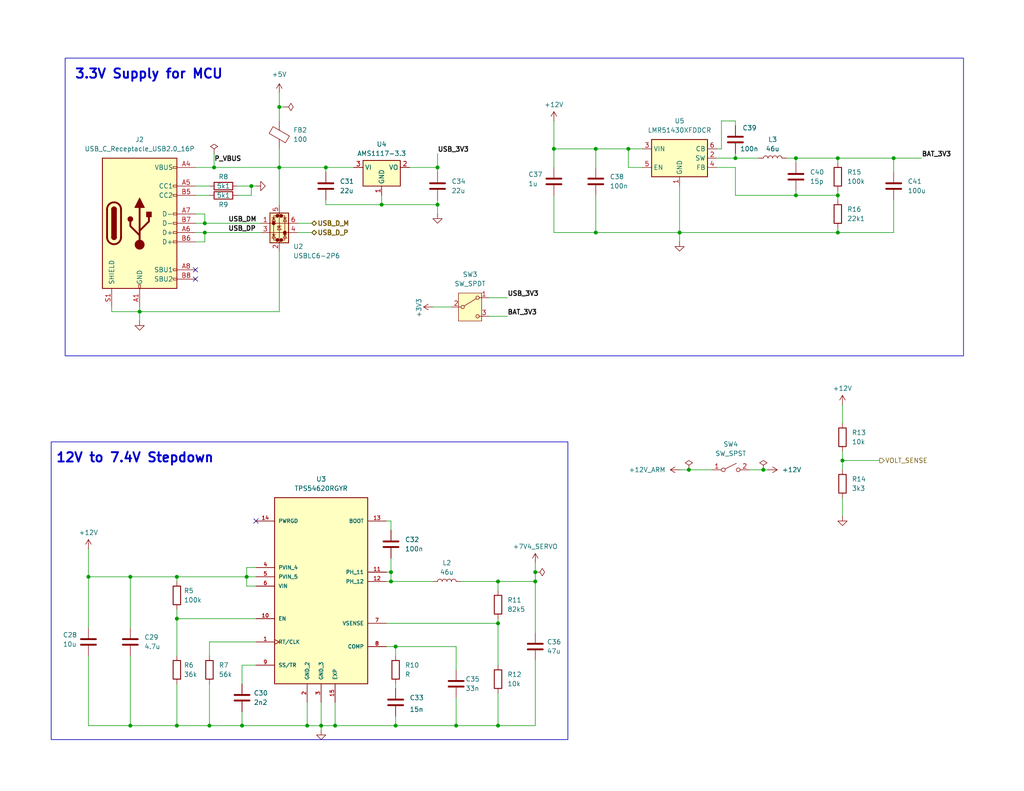
<source format=kicad_sch>
(kicad_sch (version 20250114) (generator "eeschema") (generator_version "9.0")
  (paper "USLetter")
  (title_block (date "2026-02-27") (rev "1"))
  (lib_symbols
    (symbol "Connector:USB_C_Receptacle_USB2.0_16P" (pin_names (offset 1.016))
      (property "Reference" "J" (at 0 22.225 0))
      (property "Value" "USB_C_Receptacle_USB2.0_16P" (at 0 19.685 0))
      (symbol "USB_C_Receptacle_USB2.0_16P_0_0"
        (rectangle (start -0.254 -17.78) (end 0.254 -16.764))
        (rectangle (start 10.16 15.494) (end 9.144 14.986))
        (rectangle (start 10.16 10.414) (end 9.144 9.906))
        (rectangle (start 10.16 7.874) (end 9.144 7.366))
        (rectangle (start 10.16 2.794) (end 9.144 2.286))
        (rectangle (start 10.16 0.254) (end 9.144 -0.254))
        (rectangle (start 10.16 -2.286) (end 9.144 -2.794))
        (rectangle (start 10.16 -4.826) (end 9.144 -5.334))
        (rectangle (start 10.16 -12.446) (end 9.144 -12.954))
        (rectangle (start 10.16 -14.986) (end 9.144 -15.494))
      )
      (symbol "USB_C_Receptacle_USB2.0_16P_0_1"
        (rectangle (start -10.16 17.78) (end 10.16 -17.78) (stroke (width 0.254)) (fill (type background)))
        (polyline (pts (xy -8.89 -3.81) (xy -8.89 3.81)) (stroke (width 0.508)))
        (rectangle (start -7.62 -3.81) (end -6.35 3.81) (stroke (width 0.254)) (fill (type outline)))
        (arc (start -7.62 3.81) (mid -6.985 4.4423) (end -6.35 3.81) (stroke (width 0.254)))
        (arc (start -7.62 3.81) (mid -6.985 4.4423) (end -6.35 3.81) (stroke (width 0.254)) (fill (type outline)))
        (arc (start -8.89 3.81) (mid -6.985 5.7067) (end -5.08 3.81) (stroke (width 0.508)))
        (arc (start -5.08 -3.81) (mid -6.985 -5.7067) (end -8.89 -3.81) (stroke (width 0.508)))
        (arc (start -6.35 -3.81) (mid -6.985 -4.4423) (end -7.62 -3.81) (stroke (width 0.254)))
        (arc (start -6.35 -3.81) (mid -6.985 -4.4423) (end -7.62 -3.81) (stroke (width 0.254)) (fill (type outline)))
        (polyline (pts (xy -5.08 3.81) (xy -5.08 -3.81)) (stroke (width 0.508)))
        (circle (center -2.54 1.143) (radius 0.635) (stroke (width 0.254)) (fill (type outline)))
        (polyline (pts (xy -1.27 4.318) (xy 0 6.858) (xy 1.27 4.318) (xy -1.27 4.318)) (stroke (width 0.254)) (fill (type outline)))
        (polyline (pts (xy 0 -2.032) (xy 2.54 0.508) (xy 2.54 1.778)) (stroke (width 0.508)))
        (polyline (pts (xy 0 -3.302) (xy -2.54 -0.762) (xy -2.54 0.508)) (stroke (width 0.508)))
        (polyline (pts (xy 0 -5.842) (xy 0 4.318)) (stroke (width 0.508)))
        (circle (center 0 -5.842) (radius 1.27) (fill (type outline)))
        (rectangle (start 1.905 1.778) (end 3.175 3.048) (stroke (width 0.254)) (fill (type outline)))
      )
      (symbol "USB_C_Receptacle_USB2.0_16P_1_1"
        (pin passive line (at -7.62 -22.86 90) (length 5.08) (name "SHIELD") (number "S1"))
        (pin passive line (at 0 -22.86 90) (length 5.08) (name "GND") (number "A1"))
        (pin passive line (at 0 -22.86 90) (length 5.08) (hide yes) (name "GND") (number "A12"))
        (pin passive line (at 0 -22.86 90) (length 5.08) (hide yes) (name "GND") (number "B1"))
        (pin passive line (at 0 -22.86 90) (length 5.08) (hide yes) (name "GND") (number "B12"))
        (pin passive line (at 15.24 15.24 180) (length 5.08) (name "VBUS") (number "A4"))
        (pin passive line (at 15.24 15.24 180) (length 5.08) (hide yes) (name "VBUS") (number "A9"))
        (pin passive line (at 15.24 15.24 180) (length 5.08) (hide yes) (name "VBUS") (number "B4"))
        (pin passive line (at 15.24 15.24 180) (length 5.08) (hide yes) (name "VBUS") (number "B9"))
        (pin bidirectional line (at 15.24 10.16 180) (length 5.08) (name "CC1") (number "A5"))
        (pin bidirectional line (at 15.24 7.62 180) (length 5.08) (name "CC2") (number "B5"))
        (pin bidirectional line (at 15.24 2.54 180) (length 5.08) (name "D-") (number "A7"))
        (pin bidirectional line (at 15.24 0 180) (length 5.08) (name "D-") (number "B7"))
        (pin bidirectional line (at 15.24 -2.54 180) (length 5.08) (name "D+") (number "A6"))
        (pin bidirectional line (at 15.24 -5.08 180) (length 5.08) (name "D+") (number "B6"))
        (pin bidirectional line (at 15.24 -12.7 180) (length 5.08) (name "SBU1") (number "A8"))
        (pin bidirectional line (at 15.24 -15.24 180) (length 5.08) (name "SBU2") (number "B8"))
      )
    )
    (symbol "Device:C" (pin_numbers (hide yes)) (pin_names (offset 0.254))
      (property "Reference" "C" (at 0.635 2.54 0))
      (property "Value" "C" (at 0.635 -2.54 0))
      (symbol "C_0_1"
        (polyline (pts (xy -2.032 0.762) (xy 2.032 0.762)) (stroke (width 0.508)))
        (polyline (pts (xy -2.032 -0.762) (xy 2.032 -0.762)) (stroke (width 0.508)))
      )
      (symbol "C_1_1"
        (pin passive line (at 0 3.81 270) (length 2.794) (name "~") (number "1"))
        (pin passive line (at 0 -3.81 90) (length 2.794) (name "~") (number "2"))
      )
    )
    (symbol "Device:FerriteBead" (pin_numbers (hide yes)) (pin_names (offset 0))
      (property "Reference" "FB" (at -3.81 0.635 90))
      (property "Value" "FerriteBead" (at 3.81 0 90))
      (symbol "FerriteBead_0_1"
        (polyline (pts (xy -2.7686 0.4064) (xy -1.7018 2.2606) (xy 2.7686 -0.3048) (xy 1.6764 -2.159) (xy -2.7686 0.4064)))
        (polyline (pts (xy 0 1.27) (xy 0 1.2954)))
        (polyline (pts (xy 0 -1.27) (xy 0 -1.2192)))
      )
      (symbol "FerriteBead_1_1"
        (pin passive line (at 0 3.81 270) (length 2.54) (name "~") (number "1"))
        (pin passive line (at 0 -3.81 90) (length 2.54) (name "~") (number "2"))
      )
    )
    (symbol "Device:L" (pin_numbers (hide yes)) (pin_names (offset 1.016) (hide yes))
      (property "Reference" "L" (at -1.27 0 90))
      (property "Value" "L" (at 1.905 0 90))
      (symbol "L_0_1"
        (arc (start 0 2.54) (mid 0.6323 1.905) (end 0 1.27))
        (arc (start 0 1.27) (mid 0.6323 0.635) (end 0 0))
        (arc (start 0 0) (mid 0.6323 -0.635) (end 0 -1.27))
        (arc (start 0 -1.27) (mid 0.6323 -1.905) (end 0 -2.54))
      )
      (symbol "L_1_1"
        (pin passive line (at 0 3.81 270) (length 1.27) (name "1") (number "1"))
        (pin passive line (at 0 -3.81 90) (length 1.27) (name "2") (number "2"))
      )
    )
    (symbol "Device:R" (pin_numbers (hide yes)) (pin_names (offset 0))
      (property "Reference" "R" (at 2.032 0 90))
      (property "Value" "R" (at 0 0 90))
      (symbol "R_0_1"
        (rectangle (start -1.016 -2.54) (end 1.016 2.54) (stroke (width 0.254)))
      )
      (symbol "R_1_1"
        (pin passive line (at 0 3.81 270) (length 1.27) (name "~") (number "1"))
        (pin passive line (at 0 -3.81 90) (length 1.27) (name "~") (number "2"))
      )
    )
    (symbol "Power_Protection:USBLC6-2P6" (pin_names (hide yes))
      (property "Reference" "U" (at 0.635 5.715 0))
      (property "Value" "USBLC6-2P6" (at 0.635 3.81 0))
      (symbol "USBLC6-2P6_0_0"
        (circle (center -1.524 0) (radius 0.0001) (stroke (width 0.508)))
        (circle (center -0.508 2.032) (radius 0.0001) (stroke (width 0.508)))
        (circle (center -0.508 -4.572) (radius 0.0001) (stroke (width 0.508)))
        (circle (center 0.508 2.032) (radius 0.0001) (stroke (width 0.508)))
        (circle (center 0.508 -4.572) (radius 0.0001) (stroke (width 0.508)))
        (circle (center 1.524 -2.54) (radius 0.0001) (stroke (width 0.508)))
      )
      (symbol "USBLC6-2P6_0_1"
        (polyline (pts (xy -2.54 0) (xy 2.54 0)))
        (polyline (pts (xy -2.54 -2.54) (xy 2.54 -2.54)))
        (polyline (pts (xy -2.032 0.508) (xy -1.016 0.508) (xy -1.524 1.524) (xy -2.032 0.508)))
        (polyline (pts (xy -2.032 -3.048) (xy -1.016 -3.048)))
        (polyline (pts (xy -1.016 1.524) (xy -2.032 1.524)))
        (polyline (pts (xy -1.016 -4.064) (xy -2.032 -4.064) (xy -1.524 -3.048) (xy -1.016 -4.064)))
        (polyline (pts (xy -0.508 -1.143) (xy -0.508 -0.762) (xy 0.508 -0.762)))
        (polyline (pts (xy 0 2.54) (xy -0.508 2.032) (xy 0.508 2.032) (xy 0 1.524) (xy 0 -4.064) (xy -0.508 -4.572) (xy 0.508 -4.572) (xy 0 -5.08)))
        (polyline (pts (xy 0.508 -1.778) (xy -0.508 -1.778) (xy 0 -0.762) (xy 0.508 -1.778)))
        (polyline (pts (xy 1.016 1.524) (xy 2.032 1.524)))
        (polyline (pts (xy 1.016 -3.048) (xy 2.032 -3.048)))
        (polyline (pts (xy 2.032 0.508) (xy 1.016 0.508) (xy 1.524 1.524) (xy 2.032 0.508)))
        (polyline (pts (xy 2.032 -4.064) (xy 1.016 -4.064) (xy 1.524 -3.048) (xy 2.032 -4.064)))
      )
      (symbol "USBLC6-2P6_1_1"
        (rectangle (start -2.54 2.794) (end 2.54 -5.334) (stroke (width 0.254)) (fill (type background)))
        (polyline (pts (xy -0.508 2.032) (xy -1.524 2.032) (xy -1.524 -4.572) (xy -0.508 -4.572)))
        (polyline (pts (xy 0.508 -4.572) (xy 1.524 -4.572) (xy 1.524 2.032) (xy 0.508 2.032)))
        (pin passive line (at -5.08 0 0) (length 2.54) (name "I/O1") (number "1"))
        (pin passive line (at -5.08 -2.54 0) (length 2.54) (name "I/O2") (number "3"))
        (pin passive line (at 0 5.08 270) (length 2.54) (name "VBUS") (number "5"))
        (pin passive line (at 0 -7.62 90) (length 2.54) (name "GND") (number "2"))
        (pin passive line (at 5.08 0 180) (length 2.54) (name "I/O1") (number "6"))
        (pin passive line (at 5.08 -2.54 180) (length 2.54) (name "I/O2") (number "4"))
      )
    )
    (symbol "Regulator_Linear:AMS1117-3.3"
      (property "Reference" "U" (at -3.81 3.175 0))
      (property "Value" "AMS1117-3.3" (at 0 3.175 0))
      (symbol "AMS1117-3.3_0_1"
        (rectangle (start -5.08 -5.08) (end 5.08 1.905) (stroke (width 0.254)) (fill (type background)))
      )
      (symbol "AMS1117-3.3_1_1"
        (pin power_in line (at -7.62 0 0) (length 2.54) (name "VI") (number "3"))
        (pin power_in line (at 0 -7.62 90) (length 2.54) (name "GND") (number "1"))
        (pin power_out line (at 7.62 0 180) (length 2.54) (name "VO") (number "2"))
      )
    )
    (symbol "Regulator_Switching:LMR51430"
      (property "Reference" "U" (at -7.62 6.35 0))
      (property "Value" "LMR51430" (at 0 6.35 0))
      (symbol "LMR51430_0_1"
        (rectangle (start -7.62 5.08) (end 7.62 -5.08) (stroke (width 0.254)) (fill (type background)))
      )
      (symbol "LMR51430_1_1"
        (pin power_in line (at -10.16 2.54 0) (length 2.54) (name "VIN") (number "3"))
        (pin input line (at -10.16 -2.54 0) (length 2.54) (name "EN") (number "5"))
        (pin power_in line (at 0 -7.62 90) (length 2.54) (name "GND") (number "1"))
        (pin passive line (at 10.16 2.54 180) (length 2.54) (name "CB") (number "6"))
        (pin power_out line (at 10.16 0 180) (length 2.54) (name "SW") (number "2"))
        (pin input line (at 10.16 -2.54 180) (length 2.54) (name "FB") (number "4"))
      )
    )
    (symbol "Switch:SW_SPDT" (pin_names (offset 0) (hide yes))
      (property "Reference" "SW" (at 0 5.08 0))
      (property "Value" "SW_SPDT" (at 0 -5.08 0))
      (symbol "SW_SPDT_0_1"
        (circle (center -2.032 0) (radius 0.4572))
        (polyline (pts (xy -1.651 0.254) (xy 1.651 2.286)))
        (circle (center 2.032 2.54) (radius 0.4572))
        (circle (center 2.032 -2.54) (radius 0.4572))
      )
      (symbol "SW_SPDT_1_1"
        (rectangle (start -3.175 3.81) (end 3.175 -3.81) (fill (type background)))
        (pin passive line (at -5.08 0 0) (length 2.54) (name "B") (number "2"))
        (pin passive line (at 5.08 2.54 180) (length 2.54) (name "A") (number "1"))
        (pin passive line (at 5.08 -2.54 180) (length 2.54) (name "C") (number "3"))
      )
    )
    (symbol "Switch:SW_SPST" (pin_names (offset 0) (hide yes))
      (property "Reference" "SW" (at 0 3.175 0))
      (property "Value" "SW_SPST" (at 0 -2.54 0))
      (symbol "SW_SPST_0_0"
        (circle (center -2.032 0) (radius 0.508))
        (polyline (pts (xy -1.524 0.254) (xy 1.524 1.778)))
        (circle (center 2.032 0) (radius 0.508))
      )
      (symbol "SW_SPST_1_1"
        (pin passive line (at -5.08 0 0) (length 2.54) (name "A") (number "1"))
        (pin passive line (at 5.08 0 180) (length 2.54) (name "B") (number "2"))
      )
    )
    (symbol "aerolotl_custom:+12V_ARM" (power) (in_bom no) (on_board no)
      (property "Value" "+12V_ARM" (at 0 4.064 0))
      (symbol "+12V_ARM_0_1"
        (polyline (pts (xy 0 0) (xy 0 2.54) (xy -0.762 1.27) (xy 0 2.54) (xy 0.762 1.27)))
      )
      (symbol "+12V_ARM_1_1"
        (pin power_in line (at 0 0 90) (length 2.54) (hide yes) (name "+12V_ARM") (number ""))
      )
    )
    (symbol "aerolotl_custom:+7V4_SERVO" (power) (in_bom no) (on_board no)
      (property "Value" "+7V4_SERVO" (at 0 3.81 0))
      (symbol "+7V4_SERVO_0_1"
        (polyline (pts (xy 0 0) (xy 0 2.54)))
        (polyline (pts (xy 0 0) (xy 0 2.54) (xy -0.762 1.27) (xy 0 2.54) (xy 0.762 1.27)))
      )
      (symbol "+7V4_SERVO_1_1"
        (pin power_in line (at 0 0 90) (length 2.54) (hide yes) (name "#7V4_SERVO") (number "1"))
      )
    )
    (symbol "aerolotl_custom:TPS54620RGYR" (pin_names (offset 1.016))
      (property "Reference" "U" (at -12.7 26.67 0))
      (property "Value" "TPS54620RGYR" (at -20.32 -26.67 0))
      (symbol "TPS54620RGYR_0_0"
        (rectangle (start -12.7 25.4) (end 12.7 -25.4) (stroke (width 0.254)) (fill (type background)))
        (pin power_in line (at -17.78 19.05 0) (length 5.08) (name "PWRGD") (number "14"))
        (pin power_in line (at -17.78 6.35 0) (length 5.08) (name "PVIN_4") (number "4"))
        (pin power_in line (at -17.78 3.81 0) (length 5.08) (name "PVIN_5") (number "5"))
        (pin input line (at -17.78 1.27 0) (length 5.08) (name "VIN") (number "6"))
        (pin input line (at -17.78 -7.62 0) (length 5.08) (name "EN") (number "10"))
        (pin input clock (at -17.78 -13.97 0) (length 5.08) (name "RT/CLK") (number "1"))
        (pin output line (at -17.78 -20.32 0) (length 5.08) (name "SS/TR") (number "9"))
        (pin power_in line (at -3.81 -30.48 90) (length 5.08) (name "GND_2") (number "2"))
        (pin power_in line (at 0 -30.48 90) (length 5.08) (name "GND_3") (number "3"))
        (pin passive line (at 3.81 -30.48 90) (length 5.08) (name "EXP") (number "15"))
        (pin input line (at 17.78 19.05 180) (length 5.08) (name "BOOT") (number "13"))
        (pin output line (at 17.78 5.08 180) (length 5.08) (name "PH_11") (number "11"))
        (pin input line (at 17.78 -8.89 180) (length 5.08) (name "VSENSE") (number "7"))
        (pin output line (at 17.78 -15.24 180) (length 5.08) (name "COMP") (number "8"))
      )
      (symbol "TPS54620RGYR_1_0"
        (pin passive line (at 17.78 2.54 180) (length 5.08) (name "PH_12") (number "12"))
      )
    )
    (symbol "power:+12V" (power) (pin_numbers (hide yes)) (pin_names (offset 0) (hide yes))
      (property "Value" "+12V" (at 0 3.556 0))
      (symbol "+12V_0_1"
        (polyline (pts (xy -0.762 1.27) (xy 0 2.54)))
        (polyline (pts (xy 0 2.54) (xy 0.762 1.27)))
        (polyline (pts (xy 0 0) (xy 0 2.54)))
      )
      (symbol "+12V_1_1"
        (pin power_in line (at 0 0 90) (length 0) (name "~") (number "1"))
      )
    )
    (symbol "power:+3V3" (power) (pin_numbers (hide yes)) (pin_names (offset 0) (hide yes))
      (property "Value" "+3V3" (at 0 3.556 0))
      (symbol "+3V3_0_1"
        (polyline (pts (xy -0.762 1.27) (xy 0 2.54)))
        (polyline (pts (xy 0 2.54) (xy 0.762 1.27)))
        (polyline (pts (xy 0 0) (xy 0 2.54)))
      )
      (symbol "+3V3_1_1"
        (pin power_in line (at 0 0 90) (length 0) (name "~") (number "1"))
      )
    )
    (symbol "power:+5V" (power) (pin_numbers (hide yes)) (pin_names (offset 0) (hide yes))
      (property "Value" "+5V" (at 0 3.556 0))
      (symbol "+5V_0_1"
        (polyline (pts (xy -0.762 1.27) (xy 0 2.54)))
        (polyline (pts (xy 0 2.54) (xy 0.762 1.27)))
        (polyline (pts (xy 0 0) (xy 0 2.54)))
      )
      (symbol "+5V_1_1"
        (pin power_in line (at 0 0 90) (length 0) (name "~") (number "1"))
      )
    )
    (symbol "power:GND" (power) (pin_numbers (hide yes)) (pin_names (offset 0) (hide yes))
      (property "Value" "GND" (at 0 -3.81 0))
      (symbol "GND_0_1"
        (polyline (pts (xy 0 0) (xy 0 -1.27) (xy 1.27 -1.27) (xy 0 -2.54) (xy -1.27 -1.27) (xy 0 -1.27)))
      )
      (symbol "GND_1_1"
        (pin power_in line (at 0 0 270) (length 0) (name "~") (number "1"))
      )
    )
    (symbol "power:PWR_FLAG" (power) (pin_numbers (hide yes)) (pin_names (offset 0) (hide yes))
      (property "Value" "PWR_FLAG" (at 0 3.81 0))
      (symbol "PWR_FLAG_0_0"
        (pin power_out line (at 0 0 90) (length 0) (name "~") (number "1"))
      )
      (symbol "PWR_FLAG_0_1"
        (polyline (pts (xy 0 0) (xy 0 1.27) (xy -1.016 1.905) (xy 0 2.54) (xy 1.016 1.905) (xy 0 1.27)))
      )
    )
  )
  (rectangle (start 17.78 15.875) (end 262.89 97.155) (stroke (width 0.1778)))
  (rectangle (start 13.97 120.65) (end 154.94 201.93) (stroke (width 0.1778)))
  (text "3.3V Supply for MCU" (at 40.64 20.32 0) (effects (font (size 2.54 2.54) (thickness 0.508) (bold yes))))
  (text "12V to 7.4V Stepdown" (at 36.83 125.095 0) (effects (font (size 2.54 2.54) (thickness 0.508) (bold yes))))
  (junction (at 243.84 43.18))
  (junction (at 107.95 176.53))
  (junction (at 48.26 168.91))
  (junction (at 146.05 158.75))
  (junction (at 66.04 198.12))
  (junction (at 228.6 43.18))
  (junction (at 38.1 85.09))
  (junction (at 119.38 45.72))
  (junction (at 35.56 157.48))
  (junction (at 135.89 198.12))
  (junction (at 135.89 170.18))
  (junction (at 151.13 40.64))
  (junction (at 185.42 63.5))
  (junction (at 68.58 50.8))
  (junction (at 119.38 55.88))
  (junction (at 217.17 53.34))
  (junction (at 76.2 45.72))
  (junction (at 91.44 198.12))
  (junction (at 35.56 198.12))
  (junction (at 48.26 198.12))
  (junction (at 58.42 45.72))
  (junction (at 106.68 158.75))
  (junction (at 55.88 63.5))
  (junction (at 67.31 157.48))
  (junction (at 171.45 40.64))
  (junction (at 76.2 29.21))
  (junction (at 124.46 198.12))
  (junction (at 83.82 198.12))
  (junction (at 106.68 156.21))
  (junction (at 162.56 40.64))
  (junction (at 88.9 45.72))
  (junction (at 135.89 158.75))
  (junction (at 104.14 55.88))
  (junction (at 24.13 157.48))
  (junction (at 146.05 156.21))
  (junction (at 107.95 198.12))
  (junction (at 87.63 198.12))
  (junction (at 228.6 53.34))
  (junction (at 48.26 157.48))
  (junction (at 228.6 63.5))
  (junction (at 200.66 43.18))
  (junction (at 187.96 128.27))
  (junction (at 229.87 125.73))
  (junction (at 217.17 43.18))
  (junction (at 57.15 198.12))
  (junction (at 55.88 60.96))
  (junction (at 162.56 63.5))
  (junction (at 208.28 128.27))
  (no_connect (at 53.34 76.2))
  (no_connect (at 69.85 142.24))
  (no_connect (at 53.34 73.66))
  (wire (pts (xy 55.88 63.5) (xy 55.88 66.04)))
  (wire (pts (xy 217.17 53.34) (xy 217.17 52.07)))
  (wire (pts (xy 162.56 53.34) (xy 162.56 63.5)))
  (wire (pts (xy 196.85 40.64) (xy 196.85 33.02)))
  (wire (pts (xy 66.04 198.12) (xy 83.82 198.12)))
  (wire (pts (xy 88.9 45.72) (xy 88.9 46.99)))
  (wire (pts (xy 24.13 179.07) (xy 24.13 198.12)))
  (wire (pts (xy 124.46 198.12) (xy 135.89 198.12)))
  (wire (pts (xy 105.41 156.21) (xy 106.68 156.21)))
  (wire (pts (xy 200.66 53.34) (xy 217.17 53.34)))
  (wire (pts (xy 107.95 176.53) (xy 124.46 176.53)))
  (wire (pts (xy 66.04 194.31) (xy 66.04 198.12)))
  (wire (pts (xy 48.26 157.48) (xy 67.31 157.48)))
  (wire (pts (xy 151.13 40.64) (xy 151.13 45.72)))
  (wire (pts (xy 106.68 152.4) (xy 106.68 156.21)))
  (wire (pts (xy 24.13 198.12) (xy 35.56 198.12)))
  (wire (pts (xy 104.14 53.34) (xy 104.14 55.88)))
  (wire (pts (xy 57.15 179.07) (xy 57.15 175.26)))
  (wire (pts (xy 67.31 154.94) (xy 69.85 154.94)))
  (wire (pts (xy 35.56 157.48) (xy 48.26 157.48)))
  (wire (pts (xy 151.13 33.02) (xy 151.13 40.64)))
  (wire (pts (xy 48.26 168.91) (xy 69.85 168.91)))
  (wire (pts (xy 187.96 128.27) (xy 194.31 128.27)))
  (wire (pts (xy 48.26 168.91) (xy 48.26 179.07)))
  (wire (pts (xy 87.63 198.12) (xy 91.44 198.12)))
  (wire (pts (xy 185.42 63.5) (xy 228.6 63.5)))
  (wire (pts (xy 81.28 63.5) (xy 85.09 63.5)))
  (wire (pts (xy 91.44 191.77) (xy 91.44 198.12)))
  (wire (pts (xy 229.87 125.73) (xy 240.03 125.73)))
  (wire (pts (xy 133.35 86.36) (xy 138.43 86.36)))
  (wire (pts (xy 106.68 158.75) (xy 118.11 158.75)))
  (wire (pts (xy 38.1 85.09) (xy 38.1 87.63)))
  (wire (pts (xy 105.41 170.18) (xy 135.89 170.18)))
  (wire (pts (xy 162.56 40.64) (xy 162.56 45.72)))
  (wire (pts (xy 55.88 63.5) (xy 71.12 63.5)))
  (wire (pts (xy 76.2 85.09) (xy 38.1 85.09)))
  (wire (pts (xy 57.15 186.69) (xy 57.15 198.12)))
  (wire (pts (xy 24.13 157.48) (xy 35.56 157.48)))
  (wire (pts (xy 105.41 142.24) (xy 106.68 142.24)))
  (wire (pts (xy 107.95 186.69) (xy 107.95 187.96)))
  (wire (pts (xy 91.44 198.12) (xy 107.95 198.12)))
  (wire (pts (xy 229.87 110.49) (xy 229.87 115.57)))
  (wire (pts (xy 204.47 128.27) (xy 208.28 128.27)))
  (wire (pts (xy 88.9 54.61) (xy 88.9 55.88)))
  (wire (pts (xy 105.41 176.53) (xy 107.95 176.53)))
  (wire (pts (xy 124.46 190.5) (xy 124.46 198.12)))
  (wire (pts (xy 229.87 135.89) (xy 229.87 140.97)))
  (wire (pts (xy 48.26 198.12) (xy 57.15 198.12)))
  (wire (pts (xy 196.85 33.02) (xy 200.66 33.02)))
  (wire (pts (xy 228.6 63.5) (xy 243.84 63.5)))
  (wire (pts (xy 48.26 186.69) (xy 48.26 198.12)))
  (wire (pts (xy 57.15 175.26) (xy 69.85 175.26)))
  (wire (pts (xy 66.04 186.69) (xy 66.04 181.61)))
  (wire (pts (xy 87.63 198.12) (xy 87.63 199.39)))
  (wire (pts (xy 106.68 156.21) (xy 106.68 158.75)))
  (wire (pts (xy 195.58 40.64) (xy 196.85 40.64)))
  (wire (pts (xy 55.88 58.42) (xy 55.88 60.96)))
  (wire (pts (xy 200.66 43.18) (xy 207.01 43.18)))
  (wire (pts (xy 55.88 58.42) (xy 53.34 58.42)))
  (wire (pts (xy 200.66 41.91) (xy 200.66 43.18)))
  (wire (pts (xy 66.04 181.61) (xy 69.85 181.61)))
  (wire (pts (xy 35.56 157.48) (xy 35.56 171.45)))
  (wire (pts (xy 67.31 157.48) (xy 69.85 157.48)))
  (wire (pts (xy 58.42 45.72) (xy 76.2 45.72)))
  (wire (pts (xy 151.13 40.64) (xy 162.56 40.64)))
  (wire (pts (xy 146.05 180.34) (xy 146.05 198.12)))
  (wire (pts (xy 118.11 83.82) (xy 123.19 83.82)))
  (wire (pts (xy 229.87 123.19) (xy 229.87 125.73)))
  (wire (pts (xy 208.28 128.27) (xy 209.55 128.27)))
  (wire (pts (xy 55.88 66.04) (xy 53.34 66.04)))
  (wire (pts (xy 53.34 50.8) (xy 57.15 50.8)))
  (wire (pts (xy 125.73 158.75) (xy 135.89 158.75)))
  (wire (pts (xy 228.6 62.23) (xy 228.6 63.5)))
  (wire (pts (xy 185.42 50.8) (xy 185.42 63.5)))
  (wire (pts (xy 67.31 154.94) (xy 67.31 157.48)))
  (wire (pts (xy 195.58 43.18) (xy 200.66 43.18)))
  (wire (pts (xy 55.88 60.96) (xy 71.12 60.96)))
  (wire (pts (xy 48.26 166.37) (xy 48.26 168.91)))
  (wire (pts (xy 55.88 63.5) (xy 53.34 63.5)))
  (wire (pts (xy 214.63 43.18) (xy 217.17 43.18)))
  (wire (pts (xy 55.88 60.96) (xy 53.34 60.96)))
  (wire (pts (xy 217.17 44.45) (xy 217.17 43.18)))
  (wire (pts (xy 111.76 45.72) (xy 119.38 45.72)))
  (wire (pts (xy 119.38 55.88) (xy 119.38 58.42)))
  (wire (pts (xy 64.77 50.8) (xy 68.58 50.8)))
  (wire (pts (xy 38.1 83.82) (xy 38.1 85.09)))
  (wire (pts (xy 171.45 40.64) (xy 171.45 45.72)))
  (wire (pts (xy 185.42 128.27) (xy 187.96 128.27)))
  (wire (pts (xy 135.89 170.18) (xy 135.89 181.61)))
  (wire (pts (xy 217.17 53.34) (xy 228.6 53.34)))
  (wire (pts (xy 30.48 83.82) (xy 30.48 85.09)))
  (wire (pts (xy 83.82 191.77) (xy 83.82 198.12)))
  (wire (pts (xy 83.82 198.12) (xy 87.63 198.12)))
  (wire (pts (xy 77.47 29.21) (xy 76.2 29.21)))
  (wire (pts (xy 104.14 55.88) (xy 119.38 55.88)))
  (wire (pts (xy 228.6 53.34) (xy 228.6 54.61)))
  (wire (pts (xy 135.89 168.91) (xy 135.89 170.18)))
  (wire (pts (xy 76.2 25.4) (xy 76.2 29.21)))
  (wire (pts (xy 67.31 160.02) (xy 69.85 160.02)))
  (wire (pts (xy 68.58 53.34) (xy 68.58 50.8)))
  (wire (pts (xy 24.13 157.48) (xy 24.13 171.45)))
  (wire (pts (xy 107.95 198.12) (xy 124.46 198.12)))
  (wire (pts (xy 76.2 40.64) (xy 76.2 45.72)))
  (wire (pts (xy 228.6 43.18) (xy 243.84 43.18)))
  (wire (pts (xy 119.38 55.88) (xy 119.38 54.61)))
  (wire (pts (xy 135.89 189.23) (xy 135.89 198.12)))
  (wire (pts (xy 135.89 198.12) (xy 146.05 198.12)))
  (wire (pts (xy 107.95 195.58) (xy 107.95 198.12)))
  (wire (pts (xy 53.34 53.34) (xy 57.15 53.34)))
  (wire (pts (xy 87.63 191.77) (xy 87.63 198.12)))
  (wire (pts (xy 76.2 45.72) (xy 76.2 55.88)))
  (wire (pts (xy 195.58 45.72) (xy 200.66 45.72)))
  (wire (pts (xy 64.77 53.34) (xy 68.58 53.34)))
  (wire (pts (xy 162.56 63.5) (xy 185.42 63.5)))
  (wire (pts (xy 57.15 198.12) (xy 66.04 198.12)))
  (wire (pts (xy 151.13 63.5) (xy 162.56 63.5)))
  (wire (pts (xy 106.68 142.24) (xy 106.68 144.78)))
  (wire (pts (xy 171.45 45.72) (xy 175.26 45.72)))
  (wire (pts (xy 151.13 53.34) (xy 151.13 63.5)))
  (wire (pts (xy 76.2 68.58) (xy 76.2 85.09)))
  (wire (pts (xy 146.05 153.67) (xy 146.05 156.21)))
  (wire (pts (xy 53.34 45.72) (xy 58.42 45.72)))
  (wire (pts (xy 76.2 29.21) (xy 76.2 33.02)))
  (wire (pts (xy 35.56 179.07) (xy 35.56 198.12)))
  (wire (pts (xy 200.66 45.72) (xy 200.66 53.34)))
  (wire (pts (xy 135.89 158.75) (xy 135.89 161.29)))
  (wire (pts (xy 68.58 50.8) (xy 69.85 50.8)))
  (wire (pts (xy 135.89 158.75) (xy 146.05 158.75)))
  (wire (pts (xy 124.46 176.53) (xy 124.46 182.88)))
  (wire (pts (xy 30.48 85.09) (xy 38.1 85.09)))
  (wire (pts (xy 107.95 176.53) (xy 107.95 179.07)))
  (wire (pts (xy 171.45 40.64) (xy 175.26 40.64)))
  (wire (pts (xy 133.35 81.28) (xy 138.43 81.28)))
  (wire (pts (xy 119.38 41.91) (xy 119.38 45.72)))
  (wire (pts (xy 81.28 60.96) (xy 85.09 60.96)))
  (wire (pts (xy 58.42 41.91) (xy 58.42 45.72)))
  (wire (pts (xy 76.2 45.72) (xy 88.9 45.72)))
  (wire (pts (xy 243.84 54.61) (xy 243.84 63.5)))
  (wire (pts (xy 146.05 156.21) (xy 146.05 158.75)))
  (wire (pts (xy 105.41 158.75) (xy 106.68 158.75)))
  (wire (pts (xy 24.13 149.86) (xy 24.13 157.48)))
  (wire (pts (xy 243.84 43.18) (xy 251.46 43.18)))
  (wire (pts (xy 88.9 55.88) (xy 104.14 55.88)))
  (wire (pts (xy 228.6 53.34) (xy 228.6 52.07)))
  (wire (pts (xy 185.42 63.5) (xy 185.42 66.04)))
  (wire (pts (xy 162.56 40.64) (xy 171.45 40.64)))
  (wire (pts (xy 200.66 33.02) (xy 200.66 34.29)))
  (wire (pts (xy 35.56 198.12) (xy 48.26 198.12)))
  (wire (pts (xy 243.84 43.18) (xy 243.84 46.99)))
  (wire (pts (xy 229.87 125.73) (xy 229.87 128.27)))
  (wire (pts (xy 48.26 157.48) (xy 48.26 158.75)))
  (wire (pts (xy 67.31 157.48) (xy 67.31 160.02)))
  (wire (pts (xy 217.17 43.18) (xy 228.6 43.18)))
  (wire (pts (xy 119.38 45.72) (xy 119.38 46.99)))
  (wire (pts (xy 146.05 172.72) (xy 146.05 158.75)))
  (wire (pts (xy 228.6 44.45) (xy 228.6 43.18)))
  (wire (pts (xy 88.9 45.72) (xy 96.52 45.72)))
  (label "P_VBUS" (at 58.42 44.45 0) (effects (font (thickness 0.254) (bold yes))))
  (label "USB_3V3" (at 119.38 41.91 0) (effects (font (thickness 0.254) (bold yes))))
  (label "USB_DM" (at 62.23 60.96 0) (effects (font (thickness 0.254) (bold yes))))
  (label "USB_DP" (at 62.23 63.5 0) (effects (font (thickness 0.254) (bold yes))))
  (label "BAT_3V3" (at 251.46 43.18 0) (effects (font (thickness 0.254) (bold yes))))
  (label "USB_3V3" (at 138.43 81.28 0) (effects (font (thickness 0.254) (bold yes))))
  (label "BAT_3V3" (at 138.43 86.36 0) (effects (font (thickness 0.254) (bold yes))))
  (hierarchical_label "VOLT_SENSE" (shape output) (at 240.03 125.73 0))
  (hierarchical_label "USB_D_M" (shape bidirectional) (at 85.09 60.96 0) (effects (font (thickness 0.254) (bold yes))))
  (hierarchical_label "USB_D_P" (shape bidirectional) (at 85.09 63.5 0) (effects (font (thickness 0.254) (bold yes))))
  (symbol (lib_id "Power_Protection:USBLC6-2P6") (at 76.2 60.96 0) (unit 1)
    (property "Reference" "U2" (at 80.01 67.31 0) (effects (justify left)))
    (property "Value" "USBLC6-2P6" (at 80.01 69.85 0) (effects (justify left)))
    (property "Footprint" "Package_TO_SOT_SMD:SOT-666" (effects (hide yes)))
    (property "Datasheet" "https://www.st.com/resource/en/datasheet/usblc6-2.pdf" (effects (hide yes)))
    (property "Description" "Very low capacitance ESD protection diode, 2 data-line, SOT-666" (effects (hide yes)))
  )
  (symbol (lib_id "Device:C") (at 243.84 50.8 0) (unit 1)
    (property "Reference" "C41" (at 247.65 49.5299 0) (effects (justify left)))
    (property "Value" "100u" (at 247.65 52.0699 0) (effects (justify left)))
    (property "Description" "Unpolarized capacitor" (effects (hide yes)))
  )
  (symbol (lib_id "power:+5V") (at 76.2 25.4 0) (unit 1)
    (property "Reference" "#PWR030" (effects (hide yes)))
    (property "Value" "+5V" (at 76.2 20.32 0))
    (property "Description" "Power symbol creates a global label with name \"+5V\"" (effects (hide yes)))
  )
  (symbol (lib_id "Switch:SW_SPDT") (at 128.27 83.82 0) (unit 1)
    (property "Reference" "SW3" (at 128.27 74.93 0))
    (property "Value" "SW_SPDT" (at 128.27 77.47 0))
    (property "Description" "Switch, single pole double throw" (effects (hide yes)))
  )
  (symbol (lib_id "power:GND") (at 87.63 199.39 0) (unit 1)
    (property "Reference" "#PWR031" (effects (hide yes)))
    (property "Value" "GND" (effects (hide yes)))
    (property "Description" "Power symbol creates a global label with name \"GND\" , ground" (effects (hide yes)))
  )
  (symbol (lib_id "Device:C") (at 106.68 148.59 0) (unit 1)
    (property "Reference" "C32" (at 110.49 147.3199 0) (effects (justify left)))
    (property "Value" "100n" (at 110.49 149.8599 0) (effects (justify left)))
    (property "Description" "Unpolarized capacitor" (effects (hide yes)))
  )
  (symbol (lib_id "Device:C") (at 162.56 49.53 0) (unit 1)
    (property "Reference" "C38" (at 166.37 48.2599 0) (effects (justify left)))
    (property "Value" "100n" (at 166.37 50.7999 0) (effects (justify left)))
    (property "Description" "Unpolarized capacitor" (effects (hide yes)))
  )
  (symbol (lib_id "power:GND") (at 38.1 87.63 0) (unit 1)
    (property "Reference" "#PWR028" (effects (hide yes)))
    (property "Value" "GND" (effects (hide yes)))
    (property "Description" "Power symbol creates a global label with name \"GND\" , ground" (effects (hide yes)))
  )
  (symbol (lib_id "power:+12V") (at 209.55 128.27 270) (unit 1)
    (property "Reference" "#PWR038" (effects (hide yes)))
    (property "Value" "+12V" (at 213.36 128.2699 90) (effects (justify left)))
    (property "Description" "Power symbol creates a global label with name \"+12V\"" (effects (hide yes)))
  )
  (symbol (lib_id "Device:R") (at 229.87 119.38 0) (unit 1)
    (property "Reference" "R13" (at 232.41 118.1099 0) (effects (justify left)))
    (property "Value" "10k" (at 232.41 120.6499 0) (effects (justify left)))
    (property "Description" "Resistor" (effects (hide yes)))
  )
  (symbol (lib_id "Device:R") (at 48.26 162.56 0) (unit 1)
    (property "Reference" "R5" (at 50.165 161.2899 0) (effects (justify left)))
    (property "Value" "100k" (at 50.165 163.8299 0) (effects (justify left)))
    (property "Description" "Resistor" (effects (hide yes)))
  )
  (symbol (lib_id "Device:R") (at 135.89 185.42 0) (unit 1)
    (property "Reference" "R12" (at 138.43 184.1499 0) (effects (justify left)))
    (property "Value" "10k" (at 138.43 186.6899 0) (effects (justify left)))
    (property "Description" "Resistor" (effects (hide yes)))
  )
  (symbol (lib_id "power:GND") (at 69.85 50.8 90) (unit 1)
    (property "Reference" "#PWR029" (effects (hide yes)))
    (property "Value" "GND" (effects (hide yes)))
    (property "Description" "Power symbol creates a global label with name \"GND\" , ground" (effects (hide yes)))
  )
  (symbol (lib_id "power:GND") (at 185.42 66.04 0) (unit 1)
    (property "Reference" "#PWR037" (effects (hide yes)))
    (property "Value" "GND" (effects (hide yes)))
    (property "Description" "Power symbol creates a global label with name \"GND\" , ground" (effects (hide yes)))
  )
  (symbol (lib_id "Regulator_Linear:AMS1117-3.3") (at 104.14 45.72 0) (unit 1)
    (property "Reference" "U4" (at 104.14 39.37 0))
    (property "Value" "AMS1117-3.3" (at 104.14 41.91 0))
    (property "Footprint" "Package_TO_SOT_SMD:SOT-223-3_TabPin2" (effects (hide yes)))
    (property "Datasheet" "http://www.advanced-monolithic.com/pdf/ds1117.pdf" (effects (hide yes)))
    (property "Description" "1A Low Dropout regulator, positive, 3.3V fixed output, SOT-223" (effects (hide yes)))
  )
  (symbol (lib_id "Device:C") (at 88.9 50.8 0) (unit 1)
    (property "Reference" "C31" (at 92.71 49.5299 0) (effects (justify left)))
    (property "Value" "22u" (at 92.71 52.0699 0) (effects (justify left)))
    (property "Description" "Unpolarized capacitor" (effects (hide yes)))
  )
  (symbol (lib_id "Device:C") (at 66.04 190.5 0) (unit 1)
    (property "Reference" "C30" (at 69.215 189.2299 0) (effects (justify left)))
    (property "Value" "2n2" (at 69.215 191.7699 0) (effects (justify left)))
    (property "Description" "Unpolarized capacitor" (effects (hide yes)))
  )
  (symbol (lib_id "Device:C") (at 151.13 49.53 0) (unit 1)
    (property "Reference" "C37" (at 144.145 47.625 0) (effects (justify left)))
    (property "Value" "1u" (at 144.145 50.165 0) (effects (justify left)))
    (property "Description" "Unpolarized capacitor" (effects (hide yes)))
  )
  (symbol (lib_id "power:+12V") (at 151.13 33.02 0) (unit 1)
    (property "Reference" "#PWR035" (effects (hide yes)))
    (property "Value" "+12V" (at 151.13 28.575 0))
    (property "Description" "Power symbol creates a global label with name \"+12V\"" (effects (hide yes)))
  )
  (symbol (lib_id "Device:C") (at 119.38 50.8 0) (unit 1)
    (property "Reference" "C34" (at 123.19 49.5299 0) (effects (justify left)))
    (property "Value" "22u" (at 123.19 52.0699 0) (effects (justify left)))
    (property "Description" "Tantalum capacitor or a Ceramic one with a small series resistor (0.5Ω)" (effects (hide yes)))
  )
  (symbol (lib_id "power:+12V") (at 229.87 110.49 0) (unit 1)
    (property "Reference" "#PWR039" (effects (hide yes)))
    (property "Value" "+12V" (at 229.87 106.045 0))
    (property "Description" "Power symbol creates a global label with name \"+12V\"" (effects (hide yes)))
  )
  (symbol (lib_id "power:PWR_FLAG") (at 58.42 41.91 0) (unit 1)
    (property "Reference" "#FLG03" (effects (hide yes)))
    (property "Value" "PWR_FLAG" (effects (hide yes)))
    (property "Description" "Special symbol for telling ERC where power comes from" (effects (hide yes)))
  )
  (symbol (lib_id "power:PWR_FLAG") (at 77.47 29.21 270) (unit 1)
    (property "Reference" "#FLG04" (effects (hide yes)))
    (property "Value" "PWR_FLAG" (effects (hide yes)))
    (property "Description" "Special symbol for telling ERC where power comes from" (effects (hide yes)))
  )
  (symbol (lib_id "Device:R") (at 228.6 48.26 0) (unit 1)
    (property "Reference" "R15" (at 231.14 46.9899 0) (effects (justify left)))
    (property "Value" "100k" (at 231.14 49.5299 0) (effects (justify left)))
    (property "Description" "Resistor" (effects (hide yes)))
  )
  (symbol (lib_id "Device:C") (at 146.05 176.53 0) (unit 1)
    (property "Reference" "C36" (at 149.225 175.2599 0) (effects (justify left)))
    (property "Value" "47u" (at 149.225 177.7999 0) (effects (justify left)))
    (property "Description" "Unpolarized capacitor" (effects (hide yes)))
  )
  (symbol (lib_id "power:GND") (at 119.38 58.42 0) (unit 1)
    (property "Reference" "#PWR032" (effects (hide yes)))
    (property "Value" "GND" (effects (hide yes)))
    (property "Description" "Power symbol creates a global label with name \"GND\" , ground" (effects (hide yes)))
  )
  (symbol (lib_id "Device:C") (at 24.13 175.26 0) (unit 1)
    (property "Reference" "C28" (at 17.145 173.355 0) (effects (justify left)))
    (property "Value" "10u" (at 17.145 175.895 0) (effects (justify left)))
    (property "Footprint" "Capacitor_SMD:C_0805_2012Metric" (effects (hide yes)))
    (property "Description" "Unpolarized capacitor" (effects (hide yes)))
  )
  (symbol (lib_id "Device:R") (at 228.6 58.42 0) (unit 1)
    (property "Reference" "R16" (at 231.14 57.1499 0) (effects (justify left)))
    (property "Value" "22k1" (at 231.14 59.6899 0) (effects (justify left)))
    (property "Description" "Resistor" (effects (hide yes)))
  )
  (symbol (lib_id "power:+3V3") (at 118.11 83.82 90) (unit 1)
    (property "Reference" "#PWR033" (effects (hide yes)))
    (property "Value" "+3V3" (at 114.3 84.074 0))
    (property "Description" "Power symbol creates a global label with name \"+3V3\"" (effects (hide yes)))
  )
  (symbol (lib_id "Device:R") (at 107.95 182.88 0) (unit 1)
    (property "Reference" "R10" (at 110.49 181.6099 0) (effects (justify left)))
    (property "Value" "R" (at 110.49 184.1499 0) (effects (justify left)))
    (property "Description" "Resistor" (effects (hide yes)))
  )
  (symbol (lib_id "Device:C") (at 35.56 175.26 0) (unit 1)
    (property "Reference" "C29" (at 39.37 173.9899 0) (effects (justify left)))
    (property "Value" "4.7u" (at 39.37 176.5299 0) (effects (justify left)))
    (property "Description" "Unpolarized capacitor" (effects (hide yes)))
  )
  (symbol (lib_id "Device:R") (at 60.96 50.8 90) (unit 1)
    (property "Reference" "R8" (at 60.96 48.26 90))
    (property "Value" "5k1" (at 60.96 50.8 90))
    (property "Description" "Resistor" (effects (hide yes)))
  )
  (symbol (lib_id "Device:R") (at 229.87 132.08 0) (unit 1)
    (property "Reference" "R14" (at 232.41 130.8099 0) (effects (justify left)))
    (property "Value" "3k3" (at 232.41 133.3499 0) (effects (justify left)))
    (property "Description" "Resistor" (effects (hide yes)))
  )
  (symbol (lib_id "Device:C") (at 200.66 38.1 0) (unit 1)
    (property "Reference" "C39" (at 202.565 34.925 0) (effects (justify left)))
    (property "Value" "100n" (at 201.93 40.64 0) (effects (justify left)))
    (property "Description" "Unpolarized capacitor" (effects (hide yes)))
  )
  (symbol (lib_id "power:PWR_FLAG") (at 187.96 128.27 0) (unit 1)
    (property "Reference" "#FLG05" (effects (hide yes)))
    (property "Value" "PWR_FLAG" (effects (hide yes)))
    (property "Description" "Special symbol for telling ERC where power comes from" (effects (hide yes)))
  )
  (symbol (lib_id "Device:R") (at 60.96 53.34 90) (unit 1)
    (property "Reference" "R9" (at 60.96 55.88 90))
    (property "Value" "5k1" (at 60.96 53.34 90))
    (property "Description" "Resistor" (effects (hide yes)))
  )
  (symbol (lib_id "power:PWR_FLAG") (at 208.28 128.27 0) (unit 1)
    (property "Reference" "#FLG06" (effects (hide yes)))
    (property "Value" "PWR_FLAG" (effects (hide yes)))
    (property "Description" "Special symbol for telling ERC where power comes from" (effects (hide yes)))
  )
  (symbol (lib_id "Device:L") (at 210.82 43.18 90) (unit 1)
    (property "Reference" "L3" (at 210.82 38.1 90))
    (property "Value" "46u" (at 210.82 40.64 90))
    (property "Description" "Inductor" (effects (hide yes)))
  )
  (symbol (lib_id "Switch:SW_SPST") (at 199.39 128.27 0) (unit 1)
    (property "Reference" "SW4" (at 199.39 121.285 0))
    (property "Value" "SW_SPST" (at 199.39 123.825 0))
    (property "Description" "Single Pole Single Throw (SPST) switch" (effects (hide yes)))
  )
  (symbol (lib_id "aerolotl_custom:+12V_ARM") (at 185.42 128.27 90) (unit 1) (in_bom no) (on_board no)
    (property "Reference" "#PWR036" (effects (hide yes)))
    (property "Value" "+12V_ARM" (at 181.61 128.2699 90) (effects (justify left)))
  )
  (symbol (lib_id "power:GND") (at 229.87 140.97 0) (unit 1)
    (property "Reference" "#PWR040" (effects (hide yes)))
    (property "Value" "GND" (effects (hide yes)))
    (property "Description" "Power symbol creates a global label with name \"GND\" , ground" (effects (hide yes)))
  )
  (symbol (lib_id "Device:R") (at 57.15 182.88 0) (unit 1)
    (property "Reference" "R7" (at 59.69 181.6099 0) (effects (justify left)))
    (property "Value" "56k" (at 59.69 184.1499 0) (effects (justify left)))
    (property "Description" "Resistor" (effects (hide yes)))
  )
  (symbol (lib_id "Device:C") (at 124.46 186.69 0) (unit 1)
    (property "Reference" "C35" (at 127 185.42 0) (effects (justify left)))
    (property "Value" "33n" (at 127 187.96 0) (effects (justify left)))
    (property "Description" "Unpolarized capacitor" (effects (hide yes)))
  )
  (symbol (lib_id "Device:FerriteBead") (at 76.2 36.83 0) (unit 1)
    (property "Reference" "FB2" (at 80.01 35.5091 0) (effects (justify left)))
    (property "Value" "100" (at 80.01 38.0491 0) (effects (justify left)))
    (property "Footprint" "Inductor_SMD:L_0805_2012Metric" (effects (hide yes)))
    (property "Description" "Ferrite bead" (effects (hide yes)))
  )
  (symbol (lib_id "Device:L") (at 121.92 158.75 90) (unit 1)
    (property "Reference" "L2" (at 121.92 153.67 90))
    (property "Value" "46u" (at 121.92 156.21 90))
    (property "Description" "Inductor" (effects (hide yes)))
  )
  (symbol (lib_id "Device:R") (at 135.89 165.1 0) (unit 1)
    (property "Reference" "R11" (at 138.43 163.8299 0) (effects (justify left)))
    (property "Value" "82k5" (at 138.43 166.3699 0) (effects (justify left)))
    (property "Description" "Resistor" (effects (hide yes)))
  )
  (symbol (lib_id "Device:C") (at 107.95 191.77 0) (unit 1)
    (property "Reference" "C33" (at 111.76 190.4999 0) (effects (justify left)))
    (property "Value" "15n" (at 111.76 193.6749 0) (effects (justify left)))
    (property "Description" "Unpolarized capacitor" (effects (hide yes)))
  )
  (symbol (lib_id "aerolotl_custom:+7V4_SERVO") (at 146.05 153.67 0) (unit 1) (in_bom no) (on_board no)
    (property "Reference" "#PWR034" (effects (hide yes)))
    (property "Value" "+7V4_SERVO" (at 146.05 149.225 0))
  )
  (symbol (lib_id "aerolotl_custom:TPS54620RGYR") (at 87.63 161.29 0) (unit 1)
    (property "Reference" "U3" (at 87.63 130.81 0))
    (property "Value" "TPS54620RGYR" (at 87.63 133.35 0))
    (property "Footprint" "TPS54620RGYR:QFN50P350X350X100-15N" (effects (hide yes)))
    (property "MF" "Texas Instruments" (effects (hide yes)))
    (property "MAXIMUM_PACKAGE_HEIGHT" "1.00mm" (effects (hide yes)))
    (property "Package" "VQFN-14 Texas Instruments" (effects (hide yes)))
    (property "Price" "None" (effects (hide yes)))
    (property "Check_prices" "https://www.snapeda.com/parts/TPS54620RGYR/Texas+Instruments/view-part/?ref=eda" (effects (hide yes)))
    (property "STANDARD" "IPC 7351B" (effects (hide yes)))
    (property "PARTREV" "06/2011" (effects (hide yes)))
    (property "SnapEDA_Link" "https://www.snapeda.com/parts/TPS54620RGYR/Texas+Instruments/view-part/?ref=snap" (effects (hide yes)))
    (property "MP" "TPS54620RGYR" (effects (hide yes)))
    (property "Description_1" "4.5-V to 17-V, 6-A synchronous SWIFT™ buck converter" (effects (hide yes)))
    (property "Availability" "In Stock" (effects (hide yes)))
    (property "MANUFACTURER" "Texas Instruments" (effects (hide yes)))
  )
  (symbol (lib_id "power:+12V") (at 24.13 149.86 0) (unit 1)
    (property "Reference" "#PWR027" (effects (hide yes)))
    (property "Value" "+12V" (at 24.13 145.415 0))
    (property "Description" "Power symbol creates a global label with name \"+12V\"" (effects (hide yes)))
  )
  (symbol (lib_id "Connector:USB_C_Receptacle_USB2.0_16P") (at 38.1 60.96 0) (unit 1)
    (property "Reference" "J2" (at 38.1 38.1 0))
    (property "Value" "USB_C_Receptacle_USB2.0_16P" (at 38.1 40.64 0))
    (property "Datasheet" "https://www.usb.org/sites/default/files/documents/usb_type-c.zip" (effects (hide yes)))
    (property "Description" "USB 2.0-only 16P Type-C Receptacle connector" (effects (hide yes)))
  )
  (symbol (lib_id "Device:C") (at 217.17 48.26 0) (unit 1)
    (property "Reference" "C40" (at 220.98 46.9899 0) (effects (justify left)))
    (property "Value" "15p" (at 220.98 49.5299 0) (effects (justify left)))
    (property "Description" "Unpolarized capacitor" (effects (hide yes)))
  )
  (symbol (lib_id "Regulator_Switching:LMR51430") (at 185.42 43.18 0) (unit 1)
    (property "Reference" "U5" (at 185.42 33.02 0))
    (property "Value" "LMR51430XFDDCR" (at 185.42 35.56 0))
    (property "Footprint" "Package_TO_SOT_SMD:SOT-23-6" (effects (hide yes)))
    (property "Datasheet" "https://www.ti.com/lit/ds/symlink/lmr51430.pdf" (effects (hide yes)))
    (property "Description" "4.5-V to 36-V, 3-A synchronous buck converter with 40-µA IQ, SOT-23-6" (effects (hide yes)))
  )
  (symbol (lib_id "Device:R") (at 48.26 182.88 0) (unit 1)
    (property "Reference" "R6" (at 50.165 181.6099 0) (effects (justify left)))
    (property "Value" "36k" (at 50.165 184.1499 0) (effects (justify left)))
    (property "Description" "Resistor" (effects (hide yes)))
  )
  (symbol (lib_id "power:PWR_FLAG") (at 146.05 156.21 270) (unit 1)
    (property "Reference" "#FLG07" (effects (hide yes)))
    (property "Value" "PWR_FLAG" (effects (hide yes)))
    (property "Description" "Special symbol for telling ERC where power comes from" (effects (hide yes)))
  )
)
</source>
